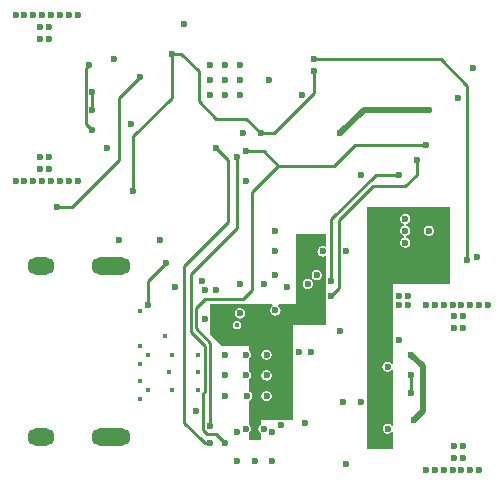
<source format=gbl>
%FSLAX46Y46*%
%MOMM*%
%ADD10C,0.250000*%
%ADD11C,0.500000*%
%AMPS14*
1,1,0.600000,0.000000,0.000000*
%
%ADD14PS14*%
%AMPS15*
1,1,0.450000,0.000000,0.000000*
%
%ADD15PS15*%
%AMPS12*
21,1,1.800000,1.500000,0.000000,0.000000,0.000000*
1,1,1.500000,0.900000,0.000000*
1,1,1.500000,-0.900000,0.000000*
%
%ADD12PS12*%
%AMPS13*
21,1,0.800000,1.500000,0.000000,0.000000,0.000000*
1,1,1.500000,0.400000,0.000000*
1,1,1.500000,-0.400000,0.000000*
%
%ADD13PS13*%
G01*
%LPD*%
G36*
X33000000Y3250000D02*
X33000000Y4691760D01*
X32871970Y4741140D01*
X32827703Y4692289D01*
X32796069Y4663619D01*
X32761763Y4638176D01*
X32725136Y4616222D01*
X32686530Y4597964D01*
X32646317Y4583574D01*
X32604899Y4573200D01*
X32562648Y4566933D01*
X32520000Y4564836D01*
X32477352Y4566933D01*
X32435101Y4573200D01*
X32393683Y4583574D01*
X32353470Y4597964D01*
X32314864Y4616222D01*
X32278237Y4638176D01*
X32243931Y4663619D01*
X32212293Y4692293D01*
X32183619Y4723931D01*
X32158176Y4758237D01*
X32136222Y4794864D01*
X32117964Y4833470D01*
X32103574Y4873683D01*
X32093200Y4915101D01*
X32086933Y4957352D01*
X32084836Y5000000D01*
X32086933Y5042648D01*
X32093200Y5084899D01*
X32103574Y5126317D01*
X32117964Y5166530D01*
X32136222Y5205136D01*
X32158176Y5241763D01*
X32183619Y5276069D01*
X32212293Y5307707D01*
X32243931Y5336381D01*
X32278237Y5361824D01*
X32314864Y5383778D01*
X32353470Y5402036D01*
X32393683Y5416426D01*
X32435101Y5426800D01*
X32477352Y5433067D01*
X32520000Y5435164D01*
X32562648Y5433067D01*
X32604899Y5426800D01*
X32646317Y5416426D01*
X32686530Y5402036D01*
X32725136Y5383778D01*
X32761763Y5361824D01*
X32796069Y5336381D01*
X32827703Y5307711D01*
X32871970Y5258860D01*
X33000000Y5308240D01*
X33000000Y9963826D01*
X32871976Y10013208D01*
X32807702Y9942288D01*
X32776069Y9913619D01*
X32741763Y9888176D01*
X32705136Y9866222D01*
X32666530Y9847964D01*
X32626317Y9833574D01*
X32584899Y9823200D01*
X32542648Y9816933D01*
X32500000Y9814836D01*
X32457352Y9816933D01*
X32415101Y9823200D01*
X32373683Y9833574D01*
X32333470Y9847964D01*
X32294864Y9866222D01*
X32258237Y9888176D01*
X32223931Y9913619D01*
X32192293Y9942293D01*
X32163619Y9973931D01*
X32138176Y10008237D01*
X32116222Y10044864D01*
X32097964Y10083470D01*
X32083574Y10123683D01*
X32073200Y10165101D01*
X32066933Y10207352D01*
X32064836Y10250000D01*
X32066933Y10292648D01*
X32073200Y10334899D01*
X32083574Y10376317D01*
X32097964Y10416530D01*
X32116222Y10455136D01*
X32138176Y10491763D01*
X32163619Y10526069D01*
X32192293Y10557707D01*
X32223931Y10586381D01*
X32258237Y10611824D01*
X32294864Y10633778D01*
X32333470Y10652036D01*
X32373683Y10666426D01*
X32415101Y10676800D01*
X32457352Y10683067D01*
X32500000Y10685164D01*
X32542648Y10683067D01*
X32584899Y10676800D01*
X32626317Y10666426D01*
X32666530Y10652036D01*
X32705136Y10633778D01*
X32741763Y10611824D01*
X32776069Y10586381D01*
X32807702Y10557712D01*
X32871976Y10486792D01*
X33000000Y10536174D01*
X33000000Y17250000D01*
X37750000Y17250000D01*
X37750000Y23750000D01*
X30750000Y23750000D01*
X30750000Y3250000D01*
X33000000Y3250000D01*
D02*
G37*
%LPC*%
G36*
X34000000Y20314836D02*
X33957352Y20316933D01*
X33915101Y20323200D01*
X33873683Y20333574D01*
X33833470Y20347964D01*
X33794864Y20366222D01*
X33758237Y20388176D01*
X33723931Y20413619D01*
X33692293Y20442293D01*
X33663619Y20473931D01*
X33638176Y20508237D01*
X33616222Y20544864D01*
X33597964Y20583470D01*
X33583574Y20623683D01*
X33573200Y20665101D01*
X33566933Y20707352D01*
X33564836Y20750000D01*
X33566933Y20792648D01*
X33573200Y20834899D01*
X33583574Y20876317D01*
X33597964Y20916530D01*
X33616222Y20955136D01*
X33638176Y20991763D01*
X33663619Y21026069D01*
X33692293Y21057707D01*
X33723931Y21086381D01*
X33758237Y21111824D01*
X33794864Y21133778D01*
X33833470Y21152036D01*
X33910425Y21179573D01*
X33910425Y21320427D01*
X33833470Y21347964D01*
X33794864Y21366222D01*
X33758237Y21388176D01*
X33723931Y21413619D01*
X33692293Y21442293D01*
X33663619Y21473931D01*
X33638176Y21508237D01*
X33616222Y21544864D01*
X33597964Y21583470D01*
X33583574Y21623683D01*
X33573200Y21665101D01*
X33566933Y21707352D01*
X33564836Y21750000D01*
X33566933Y21792648D01*
X33573200Y21834899D01*
X33583574Y21876317D01*
X33597964Y21916530D01*
X33616222Y21955136D01*
X33638176Y21991763D01*
X33663619Y22026069D01*
X33692293Y22057707D01*
X33723931Y22086381D01*
X33758237Y22111824D01*
X33794864Y22133778D01*
X33833470Y22152036D01*
X33910425Y22179573D01*
X33910425Y22320427D01*
X33833470Y22347964D01*
X33794864Y22366222D01*
X33758237Y22388176D01*
X33723931Y22413619D01*
X33692293Y22442293D01*
X33663619Y22473931D01*
X33638176Y22508237D01*
X33616222Y22544864D01*
X33597964Y22583470D01*
X33583574Y22623683D01*
X33573200Y22665101D01*
X33566933Y22707352D01*
X33564836Y22750000D01*
X33566933Y22792648D01*
X33573200Y22834899D01*
X33583574Y22876317D01*
X33597964Y22916530D01*
X33616222Y22955136D01*
X33638176Y22991763D01*
X33663619Y23026069D01*
X33692293Y23057707D01*
X33723931Y23086381D01*
X33758237Y23111824D01*
X33794864Y23133778D01*
X33833470Y23152036D01*
X33873683Y23166426D01*
X33915101Y23176800D01*
X33957352Y23183067D01*
X34000000Y23185164D01*
X34042648Y23183067D01*
X34084899Y23176800D01*
X34126317Y23166426D01*
X34166530Y23152036D01*
X34205136Y23133778D01*
X34241763Y23111824D01*
X34276069Y23086381D01*
X34307707Y23057707D01*
X34336381Y23026069D01*
X34361824Y22991763D01*
X34383778Y22955136D01*
X34402036Y22916530D01*
X34416426Y22876317D01*
X34426800Y22834899D01*
X34433067Y22792648D01*
X34435164Y22750000D01*
X34433067Y22707352D01*
X34426800Y22665101D01*
X34416426Y22623683D01*
X34402036Y22583470D01*
X34383778Y22544864D01*
X34361824Y22508237D01*
X34336381Y22473931D01*
X34307707Y22442293D01*
X34276069Y22413619D01*
X34241763Y22388176D01*
X34205136Y22366222D01*
X34166530Y22347964D01*
X34089575Y22320427D01*
X34089575Y22179573D01*
X34166530Y22152036D01*
X34205136Y22133778D01*
X34241763Y22111824D01*
X34276069Y22086381D01*
X34307707Y22057707D01*
X34336381Y22026069D01*
X34361824Y21991763D01*
X34383778Y21955136D01*
X34402036Y21916530D01*
X34416426Y21876317D01*
X34426800Y21834899D01*
X34433067Y21792648D01*
X34435164Y21750000D01*
X34433067Y21707352D01*
X34426800Y21665101D01*
X34416426Y21623683D01*
X34402036Y21583470D01*
X34383778Y21544864D01*
X34361824Y21508237D01*
X34336381Y21473931D01*
X34307707Y21442293D01*
X34276069Y21413619D01*
X34241763Y21388176D01*
X34205136Y21366222D01*
X34166530Y21347964D01*
X34089575Y21320427D01*
X34089575Y21179573D01*
X34166530Y21152036D01*
X34205136Y21133778D01*
X34241763Y21111824D01*
X34276069Y21086381D01*
X34307707Y21057707D01*
X34336381Y21026069D01*
X34361824Y20991763D01*
X34383778Y20955136D01*
X34402036Y20916530D01*
X34416426Y20876317D01*
X34426800Y20834899D01*
X34433067Y20792648D01*
X34435164Y20750000D01*
X34433067Y20707352D01*
X34426800Y20665101D01*
X34416426Y20623683D01*
X34402036Y20583470D01*
X34383778Y20544864D01*
X34361824Y20508237D01*
X34336381Y20473931D01*
X34307707Y20442293D01*
X34276069Y20413619D01*
X34241763Y20388176D01*
X34205136Y20366222D01*
X34166530Y20347964D01*
X34126317Y20333574D01*
X34084899Y20323200D01*
X34042648Y20316933D01*
X34000000Y20314836D01*
D02*
G37*
%LPC*%
G36*
X36000000Y21314836D02*
X35957352Y21316933D01*
X35915101Y21323200D01*
X35873683Y21333574D01*
X35833470Y21347964D01*
X35794864Y21366222D01*
X35758237Y21388176D01*
X35723931Y21413619D01*
X35692293Y21442293D01*
X35663619Y21473931D01*
X35638176Y21508237D01*
X35616222Y21544864D01*
X35597964Y21583470D01*
X35583574Y21623683D01*
X35573200Y21665101D01*
X35566933Y21707352D01*
X35564836Y21750000D01*
X35566933Y21792648D01*
X35573200Y21834899D01*
X35583574Y21876317D01*
X35597964Y21916530D01*
X35616222Y21955136D01*
X35638176Y21991763D01*
X35663619Y22026069D01*
X35692293Y22057707D01*
X35723931Y22086381D01*
X35758237Y22111824D01*
X35794864Y22133778D01*
X35833470Y22152036D01*
X35873683Y22166426D01*
X35915101Y22176800D01*
X35957352Y22183067D01*
X36000000Y22185164D01*
X36042648Y22183067D01*
X36084899Y22176800D01*
X36126317Y22166426D01*
X36166530Y22152036D01*
X36205136Y22133778D01*
X36241763Y22111824D01*
X36276069Y22086381D01*
X36307707Y22057707D01*
X36336381Y22026069D01*
X36361824Y21991763D01*
X36383778Y21955136D01*
X36402036Y21916530D01*
X36416426Y21876317D01*
X36426800Y21834899D01*
X36433067Y21792648D01*
X36435164Y21750000D01*
X36433067Y21707352D01*
X36426800Y21665101D01*
X36416426Y21623683D01*
X36402036Y21583470D01*
X36383778Y21544864D01*
X36361824Y21508237D01*
X36336381Y21473931D01*
X36307707Y21442293D01*
X36276069Y21413619D01*
X36241763Y21388176D01*
X36205136Y21366222D01*
X36166530Y21347964D01*
X36126317Y21333574D01*
X36084899Y21323200D01*
X36042648Y21316933D01*
X36000000Y21314836D01*
D02*
G37*
%LPD*%
G36*
X21750000Y4000000D02*
X21750000Y4639994D01*
X21692288Y4692298D01*
X21663619Y4723931D01*
X21638176Y4758237D01*
X21616222Y4794864D01*
X21597964Y4833470D01*
X21583574Y4873683D01*
X21573200Y4915101D01*
X21566933Y4957352D01*
X21564836Y5000000D01*
X21566933Y5042648D01*
X21573200Y5084899D01*
X21583574Y5126317D01*
X21597964Y5166530D01*
X21616222Y5205136D01*
X21638176Y5241763D01*
X21663619Y5276069D01*
X21692288Y5307702D01*
X21750000Y5360006D01*
X21750000Y5750000D01*
X24500000Y5750003D01*
X24500000Y13750000D01*
X27250000Y13750000D01*
X27250000Y19614555D01*
X27084899Y19573200D01*
X27042648Y19566933D01*
X27000000Y19564836D01*
X26957352Y19566933D01*
X26915101Y19573200D01*
X26873683Y19583574D01*
X26833470Y19597964D01*
X26794864Y19616222D01*
X26758237Y19638176D01*
X26723931Y19663619D01*
X26692293Y19692293D01*
X26663619Y19723931D01*
X26638176Y19758237D01*
X26616222Y19794864D01*
X26597964Y19833470D01*
X26583574Y19873683D01*
X26573200Y19915101D01*
X26566933Y19957352D01*
X26564836Y20000000D01*
X26566933Y20042648D01*
X26573200Y20084899D01*
X26583574Y20126317D01*
X26597964Y20166530D01*
X26616222Y20205136D01*
X26638176Y20241763D01*
X26663619Y20276069D01*
X26692293Y20307707D01*
X26723931Y20336381D01*
X26758237Y20361824D01*
X26794864Y20383778D01*
X26833470Y20402036D01*
X26873683Y20416426D01*
X26915101Y20426800D01*
X26957352Y20433067D01*
X27000000Y20435164D01*
X27042648Y20433067D01*
X27084899Y20426800D01*
X27250000Y20385445D01*
X27250000Y21500000D01*
X24750000Y21500000D01*
X24750000Y15504687D01*
X23271676Y15513926D01*
X23221728Y15385628D01*
X23307712Y15307702D01*
X23336381Y15276069D01*
X23361824Y15241763D01*
X23383778Y15205136D01*
X23402036Y15166530D01*
X23416426Y15126317D01*
X23426800Y15084899D01*
X23433067Y15042648D01*
X23435164Y15000000D01*
X23433067Y14957352D01*
X23426800Y14915101D01*
X23416426Y14873683D01*
X23402036Y14833470D01*
X23383778Y14794864D01*
X23361824Y14758237D01*
X23336381Y14723931D01*
X23307707Y14692293D01*
X23276069Y14663619D01*
X23241763Y14638176D01*
X23205136Y14616222D01*
X23166530Y14597964D01*
X23126317Y14583574D01*
X23084899Y14573200D01*
X23042648Y14566933D01*
X23000000Y14564836D01*
X22957352Y14566933D01*
X22915101Y14573200D01*
X22873683Y14583574D01*
X22833470Y14597964D01*
X22794864Y14616222D01*
X22758237Y14638176D01*
X22723931Y14663619D01*
X22692293Y14692293D01*
X22663619Y14723931D01*
X22638176Y14758237D01*
X22616222Y14794864D01*
X22597964Y14833470D01*
X22583574Y14873683D01*
X22573200Y14915101D01*
X22566933Y14957352D01*
X22564836Y15000000D01*
X22566933Y15042648D01*
X22573200Y15084899D01*
X22583574Y15126317D01*
X22597964Y15166530D01*
X22616222Y15205136D01*
X22638176Y15241763D01*
X22663619Y15276069D01*
X22692293Y15307707D01*
X22723935Y15336385D01*
X22783158Y15380310D01*
X22738388Y15517260D01*
X17500000Y15550000D01*
X17500000Y13000001D01*
X18500001Y12000000D01*
X20750000Y12000000D01*
X20750000Y11610006D01*
X20807712Y11557702D01*
X20836381Y11526069D01*
X20861824Y11491763D01*
X20883778Y11455136D01*
X20902036Y11416530D01*
X20916426Y11376317D01*
X20926800Y11334899D01*
X20933067Y11292648D01*
X20935164Y11250000D01*
X20933067Y11207352D01*
X20926800Y11165101D01*
X20916426Y11123683D01*
X20902036Y11083470D01*
X20883778Y11044864D01*
X20861824Y11008237D01*
X20836381Y10973931D01*
X20807712Y10942298D01*
X20750000Y10889994D01*
X20750000Y9860006D01*
X20807712Y9807702D01*
X20836381Y9776069D01*
X20861824Y9741763D01*
X20883778Y9705136D01*
X20902036Y9666530D01*
X20916426Y9626317D01*
X20926800Y9584899D01*
X20933067Y9542648D01*
X20935164Y9500000D01*
X20933067Y9457352D01*
X20926800Y9415101D01*
X20916426Y9373683D01*
X20902036Y9333470D01*
X20883778Y9294864D01*
X20861824Y9258237D01*
X20836381Y9223931D01*
X20807712Y9192298D01*
X20750000Y9139994D01*
X20750000Y8171678D01*
X20830136Y8133778D01*
X20866763Y8111824D01*
X20901069Y8086381D01*
X20932707Y8057707D01*
X20961381Y8026069D01*
X20986824Y7991763D01*
X21008778Y7955136D01*
X21027036Y7916530D01*
X21041426Y7876317D01*
X21051800Y7834899D01*
X21058067Y7792648D01*
X21060164Y7750000D01*
X21058067Y7707352D01*
X21051800Y7665101D01*
X21041426Y7623683D01*
X21027036Y7583470D01*
X21008778Y7544864D01*
X20986824Y7508237D01*
X20961381Y7473931D01*
X20932707Y7442293D01*
X20901069Y7413619D01*
X20866763Y7388176D01*
X20830136Y7366222D01*
X20750000Y7328322D01*
X20750000Y5360006D01*
X20807712Y5307702D01*
X20836381Y5276069D01*
X20861824Y5241763D01*
X20883778Y5205136D01*
X20902036Y5166530D01*
X20916426Y5126317D01*
X20926800Y5084899D01*
X20933067Y5042648D01*
X20935164Y5000000D01*
X20933067Y4957352D01*
X20926800Y4915101D01*
X20916426Y4873683D01*
X20902036Y4833470D01*
X20883778Y4794864D01*
X20861824Y4758237D01*
X20836381Y4723931D01*
X20807712Y4692298D01*
X20750000Y4639994D01*
X20750000Y4000000D01*
X21750000Y4000000D01*
D02*
G37*
%LPC*%
G36*
X26500000Y17564836D02*
X26457352Y17566933D01*
X26415101Y17573200D01*
X26373683Y17583574D01*
X26333470Y17597964D01*
X26294864Y17616222D01*
X26258230Y17638180D01*
X26189302Y17689302D01*
X26138180Y17758230D01*
X26116222Y17794864D01*
X26097964Y17833470D01*
X26083574Y17873683D01*
X26073200Y17915101D01*
X26066933Y17957352D01*
X26064836Y18000000D01*
X26066933Y18042648D01*
X26073200Y18084899D01*
X26083574Y18126317D01*
X26097964Y18166530D01*
X26116222Y18205136D01*
X26138176Y18241763D01*
X26163619Y18276069D01*
X26192293Y18307707D01*
X26223931Y18336381D01*
X26258237Y18361824D01*
X26294864Y18383778D01*
X26333470Y18402036D01*
X26373683Y18416426D01*
X26415101Y18426800D01*
X26457352Y18433067D01*
X26500000Y18435164D01*
X26542648Y18433067D01*
X26584899Y18426800D01*
X26626317Y18416426D01*
X26666530Y18402036D01*
X26705136Y18383778D01*
X26741763Y18361824D01*
X26776069Y18336381D01*
X26807707Y18307707D01*
X26836381Y18276069D01*
X26861824Y18241763D01*
X26883778Y18205136D01*
X26902036Y18166530D01*
X26916426Y18126317D01*
X26926800Y18084899D01*
X26933067Y18042648D01*
X26935164Y18000000D01*
X26933067Y17957352D01*
X26926800Y17915101D01*
X26916426Y17873683D01*
X26902036Y17833470D01*
X26883778Y17794864D01*
X26861824Y17758237D01*
X26836381Y17723931D01*
X26807707Y17692293D01*
X26776069Y17663619D01*
X26741763Y17638176D01*
X26705136Y17616222D01*
X26666530Y17597964D01*
X26626317Y17583574D01*
X26584899Y17573200D01*
X26542648Y17566933D01*
X26500000Y17564836D01*
D02*
G37*
%LPC*%
G36*
X25750000Y16814836D02*
X25707352Y16816933D01*
X25665101Y16823200D01*
X25623683Y16833574D01*
X25583470Y16847964D01*
X25544864Y16866222D01*
X25508237Y16888176D01*
X25473931Y16913619D01*
X25442293Y16942293D01*
X25413619Y16973931D01*
X25388176Y17008237D01*
X25366222Y17044864D01*
X25347964Y17083470D01*
X25333574Y17123683D01*
X25323200Y17165101D01*
X25316933Y17207352D01*
X25314836Y17250000D01*
X25316933Y17292648D01*
X25323200Y17334899D01*
X25333574Y17376317D01*
X25347964Y17416530D01*
X25366222Y17455136D01*
X25388176Y17491763D01*
X25413619Y17526069D01*
X25442293Y17557707D01*
X25473931Y17586381D01*
X25508237Y17611824D01*
X25544864Y17633778D01*
X25583470Y17652036D01*
X25623683Y17666426D01*
X25665101Y17676800D01*
X25707352Y17683067D01*
X25750000Y17685164D01*
X25792648Y17683067D01*
X25834899Y17676800D01*
X25876317Y17666426D01*
X25916530Y17652036D01*
X25955136Y17633778D01*
X25991770Y17611820D01*
X26060698Y17560698D01*
X26111820Y17491770D01*
X26133778Y17455136D01*
X26152036Y17416530D01*
X26166426Y17376317D01*
X26176800Y17334899D01*
X26183067Y17292648D01*
X26185164Y17250000D01*
X26183067Y17207352D01*
X26176800Y17165101D01*
X26166426Y17123683D01*
X26152036Y17083470D01*
X26133778Y17044864D01*
X26111824Y17008237D01*
X26086381Y16973931D01*
X26057707Y16942293D01*
X26026069Y16913619D01*
X25991763Y16888176D01*
X25955136Y16866222D01*
X25916530Y16847964D01*
X25876317Y16833574D01*
X25834899Y16823200D01*
X25792648Y16816933D01*
X25750000Y16814836D01*
D02*
G37*
%LPC*%
G36*
X20000000Y14314836D02*
X19957352Y14316933D01*
X19915101Y14323200D01*
X19873683Y14333574D01*
X19833470Y14347964D01*
X19794864Y14366222D01*
X19758237Y14388176D01*
X19723931Y14413619D01*
X19692293Y14442293D01*
X19663619Y14473931D01*
X19638176Y14508237D01*
X19616222Y14544864D01*
X19597964Y14583470D01*
X19583574Y14623683D01*
X19573200Y14665101D01*
X19566933Y14707352D01*
X19564836Y14750000D01*
X19566933Y14792648D01*
X19573200Y14834899D01*
X19583574Y14876317D01*
X19597964Y14916530D01*
X19616222Y14955136D01*
X19638176Y14991763D01*
X19663619Y15026069D01*
X19692293Y15057707D01*
X19723931Y15086381D01*
X19758237Y15111824D01*
X19794864Y15133778D01*
X19833470Y15152036D01*
X19873683Y15166426D01*
X19915101Y15176800D01*
X19957352Y15183067D01*
X20000000Y15185164D01*
X20042648Y15183067D01*
X20084899Y15176800D01*
X20126317Y15166426D01*
X20166530Y15152036D01*
X20205136Y15133778D01*
X20241763Y15111824D01*
X20276069Y15086381D01*
X20307707Y15057707D01*
X20336381Y15026069D01*
X20361824Y14991763D01*
X20383778Y14955136D01*
X20402036Y14916530D01*
X20416426Y14876317D01*
X20426800Y14834899D01*
X20433067Y14792648D01*
X20435164Y14750000D01*
X20433067Y14707352D01*
X20426800Y14665101D01*
X20416426Y14623683D01*
X20402036Y14583470D01*
X20383778Y14544864D01*
X20361824Y14508237D01*
X20336381Y14473931D01*
X20307707Y14442293D01*
X20276069Y14413619D01*
X20241763Y14388176D01*
X20205136Y14366222D01*
X20166530Y14347964D01*
X20126317Y14333574D01*
X20084899Y14323200D01*
X20042648Y14316933D01*
X20000000Y14314836D01*
D02*
G37*
%LPC*%
G36*
X19745000Y13389836D02*
X19709703Y13391572D01*
X19674733Y13396759D01*
X19640453Y13405345D01*
X19607169Y13417255D01*
X19575222Y13432364D01*
X19544910Y13450533D01*
X19516509Y13471596D01*
X19490326Y13495326D01*
X19466596Y13521509D01*
X19445533Y13549910D01*
X19427364Y13580222D01*
X19412255Y13612169D01*
X19400345Y13645453D01*
X19391759Y13679733D01*
X19386572Y13714703D01*
X19384836Y13750000D01*
X19386572Y13785297D01*
X19391759Y13820267D01*
X19400345Y13854547D01*
X19412255Y13887831D01*
X19427364Y13919778D01*
X19445533Y13950090D01*
X19466596Y13978491D01*
X19490326Y14004674D01*
X19516509Y14028404D01*
X19544910Y14049467D01*
X19575222Y14067636D01*
X19607169Y14082745D01*
X19640453Y14094655D01*
X19674733Y14103241D01*
X19709703Y14108428D01*
X19745000Y14110164D01*
X19780297Y14108428D01*
X19815267Y14103241D01*
X19849547Y14094655D01*
X19882831Y14082745D01*
X19914778Y14067636D01*
X19945090Y14049467D01*
X19973491Y14028404D01*
X19999674Y14004674D01*
X20023404Y13978491D01*
X20044467Y13950090D01*
X20062636Y13919778D01*
X20077745Y13887831D01*
X20089655Y13854547D01*
X20098241Y13820267D01*
X20103428Y13785297D01*
X20105164Y13750000D01*
X20103428Y13714703D01*
X20098241Y13679733D01*
X20089655Y13645453D01*
X20077745Y13612169D01*
X20062636Y13580222D01*
X20044467Y13549910D01*
X20023404Y13521509D01*
X19999674Y13495326D01*
X19973491Y13471596D01*
X19945090Y13450533D01*
X19914778Y13432364D01*
X19882831Y13417255D01*
X19849547Y13405345D01*
X19815267Y13396759D01*
X19780297Y13391572D01*
X19745000Y13389836D01*
D02*
G37*
%LPC*%
G36*
X22250000Y10814836D02*
X22207352Y10816933D01*
X22165101Y10823200D01*
X22123683Y10833574D01*
X22083470Y10847964D01*
X22044864Y10866222D01*
X22008237Y10888176D01*
X21973931Y10913619D01*
X21942293Y10942293D01*
X21913619Y10973931D01*
X21888176Y11008237D01*
X21866222Y11044864D01*
X21847964Y11083470D01*
X21833574Y11123683D01*
X21823200Y11165101D01*
X21816933Y11207352D01*
X21814836Y11250000D01*
X21816933Y11292648D01*
X21823200Y11334899D01*
X21833574Y11376317D01*
X21847964Y11416530D01*
X21866222Y11455136D01*
X21888176Y11491763D01*
X21913619Y11526069D01*
X21942293Y11557707D01*
X21973931Y11586381D01*
X22008237Y11611824D01*
X22044864Y11633778D01*
X22083470Y11652036D01*
X22123683Y11666426D01*
X22165101Y11676800D01*
X22207352Y11683067D01*
X22250000Y11685164D01*
X22292648Y11683067D01*
X22334899Y11676800D01*
X22376317Y11666426D01*
X22416530Y11652036D01*
X22455136Y11633778D01*
X22491763Y11611824D01*
X22526069Y11586381D01*
X22557707Y11557707D01*
X22586381Y11526069D01*
X22611824Y11491763D01*
X22633778Y11455136D01*
X22652036Y11416530D01*
X22666426Y11376317D01*
X22676800Y11334899D01*
X22683067Y11292648D01*
X22685164Y11250000D01*
X22683067Y11207352D01*
X22676800Y11165101D01*
X22666426Y11123683D01*
X22652036Y11083470D01*
X22633778Y11044864D01*
X22611824Y11008237D01*
X22586381Y10973931D01*
X22557707Y10942293D01*
X22526069Y10913619D01*
X22491763Y10888176D01*
X22455136Y10866222D01*
X22416530Y10847964D01*
X22376317Y10833574D01*
X22334899Y10823200D01*
X22292648Y10816933D01*
X22250000Y10814836D01*
D02*
G37*
%LPC*%
G36*
X22250000Y9064836D02*
X22207352Y9066933D01*
X22165101Y9073200D01*
X22123683Y9083574D01*
X22083470Y9097964D01*
X22044864Y9116222D01*
X22008237Y9138176D01*
X21973931Y9163619D01*
X21942293Y9192293D01*
X21913619Y9223931D01*
X21888176Y9258237D01*
X21866222Y9294864D01*
X21847964Y9333470D01*
X21833574Y9373683D01*
X21823200Y9415101D01*
X21816933Y9457352D01*
X21814836Y9500000D01*
X21816933Y9542648D01*
X21823200Y9584899D01*
X21833574Y9626317D01*
X21847964Y9666530D01*
X21866222Y9705136D01*
X21888176Y9741763D01*
X21913619Y9776069D01*
X21942293Y9807707D01*
X21973931Y9836381D01*
X22008237Y9861824D01*
X22044864Y9883778D01*
X22083470Y9902036D01*
X22123683Y9916426D01*
X22165101Y9926800D01*
X22207352Y9933067D01*
X22250000Y9935164D01*
X22292648Y9933067D01*
X22334899Y9926800D01*
X22376317Y9916426D01*
X22416530Y9902036D01*
X22455136Y9883778D01*
X22491763Y9861824D01*
X22526069Y9836381D01*
X22557707Y9807707D01*
X22586381Y9776069D01*
X22611824Y9741763D01*
X22633778Y9705136D01*
X22652036Y9666530D01*
X22666426Y9626317D01*
X22676800Y9584899D01*
X22683067Y9542648D01*
X22685164Y9500000D01*
X22683067Y9457352D01*
X22676800Y9415101D01*
X22666426Y9373683D01*
X22652036Y9333470D01*
X22633778Y9294864D01*
X22611824Y9258237D01*
X22586381Y9223931D01*
X22557707Y9192293D01*
X22526069Y9163619D01*
X22491763Y9138176D01*
X22455136Y9116222D01*
X22416530Y9097964D01*
X22376317Y9083574D01*
X22334899Y9073200D01*
X22292648Y9066933D01*
X22250000Y9064836D01*
D02*
G37*
%LPC*%
G36*
X22250000Y7314836D02*
X22207352Y7316933D01*
X22165101Y7323200D01*
X22123683Y7333574D01*
X22083470Y7347964D01*
X22044864Y7366222D01*
X22008237Y7388176D01*
X21973931Y7413619D01*
X21942293Y7442293D01*
X21913619Y7473931D01*
X21888176Y7508237D01*
X21866222Y7544864D01*
X21847964Y7583470D01*
X21833574Y7623683D01*
X21823200Y7665101D01*
X21816933Y7707352D01*
X21814836Y7750000D01*
X21816933Y7792648D01*
X21823200Y7834899D01*
X21833574Y7876317D01*
X21847964Y7916530D01*
X21866222Y7955136D01*
X21888176Y7991763D01*
X21913619Y8026069D01*
X21942293Y8057707D01*
X21973931Y8086381D01*
X22008237Y8111824D01*
X22044864Y8133778D01*
X22083470Y8152036D01*
X22123683Y8166426D01*
X22165101Y8176800D01*
X22207352Y8183067D01*
X22250000Y8185164D01*
X22292648Y8183067D01*
X22334899Y8176800D01*
X22376317Y8166426D01*
X22416530Y8152036D01*
X22455136Y8133778D01*
X22491763Y8111824D01*
X22526069Y8086381D01*
X22557707Y8057707D01*
X22586381Y8026069D01*
X22611824Y7991763D01*
X22633778Y7955136D01*
X22652036Y7916530D01*
X22666426Y7876317D01*
X22676800Y7834899D01*
X22683067Y7792648D01*
X22685164Y7750000D01*
X22683067Y7707352D01*
X22676800Y7665101D01*
X22666426Y7623683D01*
X22652036Y7583470D01*
X22633778Y7544864D01*
X22611824Y7508237D01*
X22586381Y7473931D01*
X22557707Y7442293D01*
X22526069Y7413619D01*
X22491763Y7388176D01*
X22455136Y7366222D01*
X22416530Y7347964D01*
X22376317Y7333574D01*
X22334899Y7323200D01*
X22292648Y7316933D01*
X22250000Y7314836D01*
D02*
G37*
%LPD*%
G01*
%LPD*%
D10*
X14250000Y33000000D02*
X14250000Y36750000D01*
D10*
X16250000Y15250000D02*
X17000000Y16000000D01*
D10*
X9750000Y27750000D02*
X9750000Y33000000D01*
D10*
X4500000Y23750000D02*
X5750000Y23750000D01*
D10*
X21750000Y30000000D02*
X20500000Y31250000D01*
D10*
X26250000Y35250000D02*
X26250000Y33394384D01*
D10*
X17000000Y12000000D02*
X17000000Y8110806D01*
D10*
X15250000Y5500000D02*
X16750000Y4000000D01*
D10*
X10979680Y25129680D02*
X10979680Y29729680D01*
D10*
X21000000Y16750000D02*
X21000000Y25000000D01*
D10*
X13250000Y21000000D02*
X13101684Y21000000D01*
D10*
X17500000Y12250000D02*
X16250000Y13500000D01*
D10*
X5750000Y23750000D02*
X9750000Y27750000D01*
D10*
X7480000Y32000000D02*
X7480000Y33500000D01*
D10*
X12250000Y17500000D02*
X12250000Y15500000D01*
D10*
X19000000Y27750000D02*
X19000000Y22500000D01*
D10*
X29750000Y29000000D02*
X35750000Y29000000D01*
D10*
X16894989Y8005795D02*
X16894989Y4855011D01*
D10*
X22855616Y30000000D02*
X21750000Y30000000D01*
D10*
X6924989Y30805011D02*
X7480000Y30250000D01*
D11*
X35500000Y10270000D02*
X34520000Y11250000D01*
D10*
X18000000Y28750000D02*
X19000000Y27750000D01*
D10*
X16500000Y32750000D02*
X16500000Y35250000D01*
D10*
X20500000Y28500000D02*
X22000000Y28500000D01*
D10*
X20250000Y16000000D02*
X21000000Y16750000D01*
D10*
X17000000Y3750000D02*
X16750000Y4000000D01*
D10*
X15819980Y18069980D02*
X15819980Y13180020D01*
D10*
X17000000Y8110806D02*
X16894989Y8005795D01*
D10*
X18000000Y4500000D02*
X18750000Y3750000D01*
D10*
X16894989Y4855011D02*
X17250000Y4500000D01*
D10*
X19000000Y22500000D02*
X15250000Y18750000D01*
D11*
X30500000Y32000000D02*
X36000000Y32000000D01*
D10*
X34520000Y9500000D02*
X34520000Y8000000D01*
D10*
X17500000Y3750000D02*
X17000000Y3750000D01*
D10*
X15000000Y36750000D02*
X14250000Y36750000D01*
D10*
X18000000Y31250000D02*
X16500000Y32750000D01*
D10*
X37039978Y36250000D02*
X26250000Y36250000D01*
D11*
X28500000Y30000000D02*
X30500000Y32000000D01*
D10*
X27750000Y17500000D02*
X27750000Y22750000D01*
D10*
X35000000Y27750000D02*
X35000000Y26500000D01*
D10*
X23250000Y27250000D02*
X28000000Y27250000D01*
D10*
X31500000Y26500000D02*
X33500000Y26500000D01*
D10*
X21000000Y25000000D02*
X23250000Y27250000D01*
D10*
X9750000Y33000000D02*
X11500000Y34750000D01*
D10*
X17500000Y5250000D02*
X17500000Y12250000D01*
D10*
X34000000Y25500000D02*
X31250000Y25500000D01*
D10*
X35000000Y26500000D02*
X34000000Y25500000D01*
D10*
X19750000Y28000000D02*
X19750000Y22000000D01*
D10*
X39250000Y34039978D02*
X37039978Y36250000D01*
D10*
X27750000Y22750000D02*
X31500000Y26500000D01*
D10*
X7230000Y35750000D02*
X6924989Y35444989D01*
D10*
X39250000Y19250000D02*
X39250000Y34039978D01*
D10*
X28000000Y27250000D02*
X29750000Y29000000D01*
D10*
X28394989Y22644989D02*
X28394989Y16894989D01*
D10*
X28394989Y16894989D02*
X27750000Y16250000D01*
D10*
X17250000Y4500000D02*
X18000000Y4500000D01*
D10*
X17000000Y16000000D02*
X20250000Y16000000D01*
D10*
X22000000Y28500000D02*
X23250000Y27250000D01*
D10*
X16500000Y35250000D02*
X15000000Y36750000D01*
D10*
X15819980Y13180020D02*
X17000000Y12000000D01*
D10*
X10979680Y29729680D02*
X14250000Y33000000D01*
D10*
X26250000Y33394384D02*
X22855616Y30000000D01*
D10*
X15250000Y18750000D02*
X15250000Y5500000D01*
D10*
X31250000Y25500000D02*
X28394989Y22644989D01*
D10*
X13750000Y19000000D02*
X12250000Y17500000D01*
D11*
X35500000Y6480000D02*
X35500000Y10270000D01*
D11*
X34770000Y5750000D02*
X35500000Y6480000D01*
D10*
X20500000Y31250000D02*
X18000000Y31250000D01*
D10*
X16250000Y13500000D02*
X16250000Y15250000D01*
D10*
X6924989Y35444989D02*
X6924989Y30805011D01*
D10*
X19750000Y22000000D02*
X15819980Y18069980D01*
G75*
D12*
X9110000Y4250000D03*
D12*
X9110000Y18750000D03*
D13*
X3150000Y18750000D03*
D13*
X3150000Y4250000D03*
D14*
X18750000Y9500000D03*
D14*
X20500000Y26000000D03*
D14*
X18750000Y7750000D03*
D14*
X17500000Y5250000D03*
D14*
X22000000Y17250000D03*
D15*
X12250000Y8250000D03*
D14*
X36500000Y15500000D03*
D14*
X4500000Y23750000D03*
D14*
X13250000Y21000000D03*
D14*
X25750000Y17250000D03*
D14*
X6250000Y40000000D03*
D14*
X21750000Y30000000D03*
D14*
X18750000Y34500000D03*
D14*
X27750000Y17500000D03*
D14*
X22500000Y34500000D03*
D14*
X22000000Y5000000D03*
D15*
X11500000Y10500000D03*
D14*
X36000000Y19750000D03*
D14*
X36000000Y32000000D03*
D14*
X40250000Y1500000D03*
D14*
X35750000Y1500000D03*
D14*
X18750002Y35749999D03*
D14*
X34520000Y9500000D03*
D14*
X38000000Y15500000D03*
D14*
X23458871Y5270565D03*
D15*
X16425000Y9750000D03*
D14*
X3090000Y27000000D03*
D14*
X33500000Y26500000D03*
D14*
X39250000Y19250000D03*
D14*
X20000002Y34499999D03*
D14*
X33500000Y12500000D03*
D15*
X11500000Y14995000D03*
D14*
X19750000Y4750000D03*
D14*
X9345799Y36325633D03*
D14*
X20500000Y5000000D03*
D14*
X17500000Y3750000D03*
D14*
X3250000Y40000000D03*
D14*
X22750000Y2250000D03*
D14*
X22250000Y9500000D03*
D14*
X40250000Y15500000D03*
D14*
X18000000Y16750000D03*
D15*
X11500000Y12000000D03*
D15*
X11500000Y7500000D03*
D14*
X1750000Y26000000D03*
D14*
X16250000Y6500000D03*
D14*
X17500002Y35749999D03*
D14*
X27000000Y20000000D03*
D14*
X4750000Y40000000D03*
D14*
X41000000Y15500000D03*
D14*
X39500000Y1500000D03*
D15*
X14250000Y11250000D03*
D14*
X39500000Y15500000D03*
D14*
X18750000Y3750000D03*
D14*
X35000000Y27750000D03*
D15*
X16425000Y11250000D03*
D14*
X34250000Y16250000D03*
D14*
X33500000Y16250000D03*
D14*
X24000000Y17000000D03*
D14*
X20000000Y17250000D03*
D14*
X37250000Y15500000D03*
D14*
X9750000Y21000000D03*
D15*
X16425000Y8250000D03*
D14*
X23000000Y20000000D03*
D14*
X20500000Y28500000D03*
D15*
X11500000Y9000000D03*
D14*
X20000002Y33249999D03*
D14*
X34000000Y22750000D03*
D14*
X18750000Y11250000D03*
D14*
X33500000Y15500000D03*
D14*
X13750000Y19000000D03*
D14*
X20250000Y30000000D03*
D14*
X20000000Y14750000D03*
D14*
X29000000Y2000000D03*
D14*
X1750000Y40000000D03*
D14*
X26250000Y36250000D03*
D14*
X17500002Y33249999D03*
D14*
X38000000Y1500000D03*
D14*
X34000000Y20750000D03*
D14*
X16750000Y17500000D03*
D14*
X3090000Y39000000D03*
D14*
X26000000Y11500000D03*
D15*
X14250000Y8250000D03*
D14*
X8750000Y28750000D03*
D14*
X1000000Y26000000D03*
D14*
X30250000Y7250000D03*
D14*
X4750000Y26000000D03*
D14*
X22750000Y4750000D03*
D14*
X36000000Y21750000D03*
D14*
X26250000Y35250000D03*
D14*
X7480000Y32000000D03*
D15*
X14000000Y9750000D03*
D14*
X14250000Y36750000D03*
D14*
X19750000Y28000000D03*
D14*
X10750000Y30750000D03*
D14*
X3840000Y28000000D03*
D14*
X38750000Y15500000D03*
D14*
X34250000Y15500000D03*
D14*
X25250000Y33250000D03*
D14*
X15250000Y39250000D03*
D14*
X18000000Y28750000D03*
D14*
X22250000Y11250000D03*
D14*
X3840000Y38000000D03*
D14*
X28500000Y13250000D03*
D14*
X20500000Y11250000D03*
D14*
X20500000Y9500000D03*
D14*
X5500000Y40000000D03*
D14*
X38910000Y2500000D03*
D14*
X3250000Y26000000D03*
D14*
X18750002Y33249999D03*
D14*
X28500000Y30000000D03*
D15*
X12250000Y11250000D03*
D14*
X12250000Y15500000D03*
D14*
X22250000Y7750000D03*
D14*
X6250000Y26000000D03*
D14*
X2500000Y40000000D03*
D14*
X5500000Y26000000D03*
D14*
X31500000Y13250000D03*
D14*
X26000000Y20500000D03*
D14*
X25500000Y5500000D03*
D14*
X3090000Y38000000D03*
D14*
X31750000Y5250000D03*
D14*
X38160000Y3500000D03*
D15*
X13675000Y12825000D03*
D14*
X7480000Y33500000D03*
D14*
X37250000Y1500000D03*
D14*
X34520000Y11250000D03*
D14*
X7230000Y35750000D03*
D14*
X34000000Y21750000D03*
D14*
X38750000Y1500000D03*
D14*
X38160000Y14500000D03*
D14*
X19750000Y2250000D03*
D14*
X27750000Y16250000D03*
D14*
X30250000Y26500000D03*
D14*
X38910000Y14500000D03*
D14*
X32500000Y10250000D03*
D14*
X39750000Y35500000D03*
D14*
X18000000Y14250000D03*
D14*
X26500000Y18000000D03*
D14*
X31500000Y22750000D03*
D14*
X25000000Y11500000D03*
D14*
X31750000Y3750000D03*
D14*
X38160000Y13500000D03*
D14*
X21250000Y2250000D03*
D14*
X38910000Y3500000D03*
D14*
X23000000Y21750000D03*
D14*
X20000002Y35749999D03*
D15*
X19745000Y13750000D03*
D14*
X38160000Y2500000D03*
D14*
X22000000Y14750000D03*
D14*
X4000000Y26000000D03*
D14*
X38500000Y33000000D03*
D14*
X1000000Y40000000D03*
D14*
X38910000Y13500000D03*
D14*
X20625000Y7750000D03*
D14*
X21250000Y4750000D03*
D14*
X36500000Y1500000D03*
D14*
X2500000Y26000000D03*
D14*
X32520000Y5000000D03*
D14*
X28750000Y7250000D03*
D14*
X17500002Y34499999D03*
D14*
X17000000Y14250000D03*
D14*
X4000000Y40000000D03*
D14*
X17000000Y16750000D03*
D14*
X35750000Y15500000D03*
D14*
X3840000Y27000000D03*
D14*
X34520000Y8000000D03*
D14*
X29000000Y20000000D03*
D14*
X40105000Y19500000D03*
D14*
X10979680Y25129680D03*
D14*
X3840000Y39000000D03*
D14*
X35750000Y29000000D03*
D14*
X7480000Y30250000D03*
D14*
X3090000Y28000000D03*
D14*
X14500000Y17000000D03*
D14*
X11500000Y34750000D03*
D14*
X23000000Y15000000D03*
D14*
X23000000Y18000000D03*
D14*
X34770000Y5750000D03*
M02*

</source>
